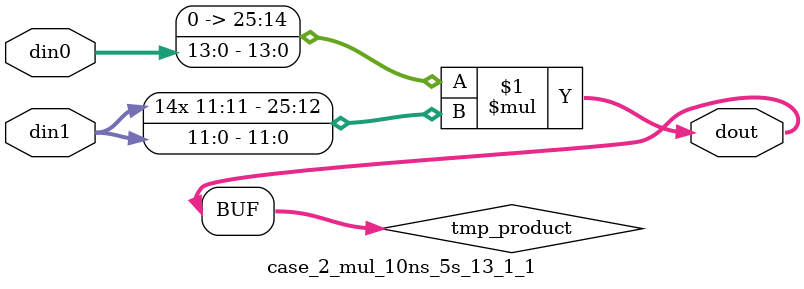
<source format=v>

`timescale 1 ns / 1 ps

 (* use_dsp = "no" *)  module case_2_mul_10ns_5s_13_1_1(din0, din1, dout);
parameter ID = 1;
parameter NUM_STAGE = 0;
parameter din0_WIDTH = 14;
parameter din1_WIDTH = 12;
parameter dout_WIDTH = 26;

input [din0_WIDTH - 1 : 0] din0; 
input [din1_WIDTH - 1 : 0] din1; 
output [dout_WIDTH - 1 : 0] dout;

wire signed [dout_WIDTH - 1 : 0] tmp_product;

























assign tmp_product = $signed({1'b0, din0}) * $signed(din1);










assign dout = tmp_product;





















endmodule

</source>
